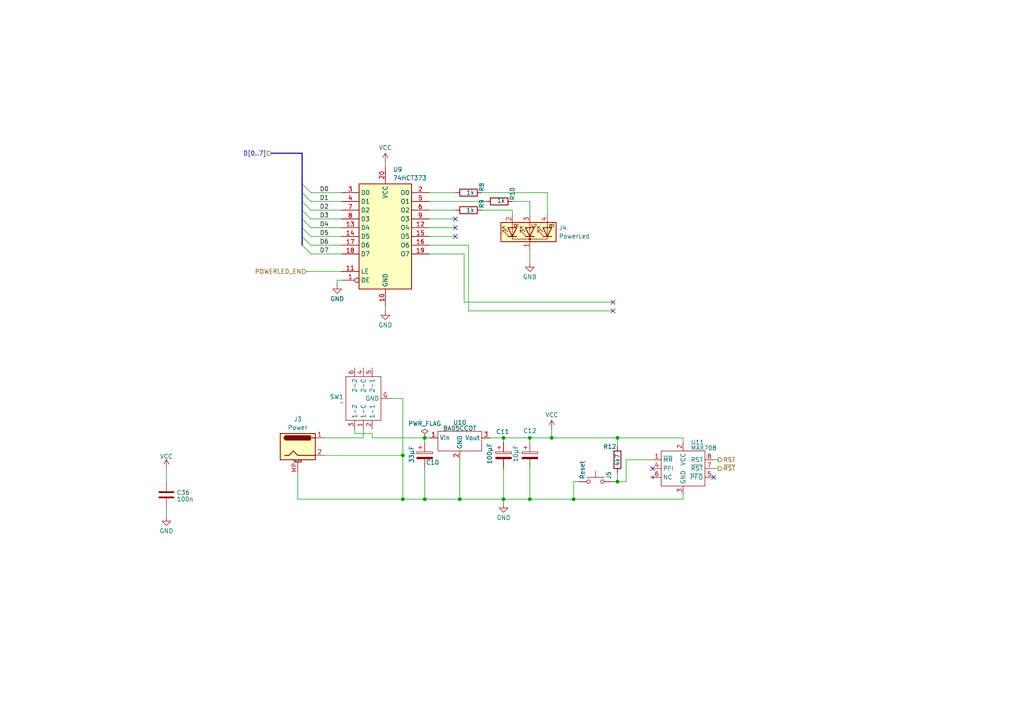
<source format=kicad_sch>
(kicad_sch (version 20231120) (generator "eeschema") (generator_version "8.0")
  (paper "A4")
  (lib_symbols
    (symbol "74xx:74LS373"
      (property "Reference" "U" (at -7.62 16.51 0))
      (property "Value" "74LS373" (at -7.62 -16.51 0))
      (symbol "74LS373_1_0"
        (pin input inverted (at -12.7 -12.7 0) (length 5.08) (name "OE") (number "1"))
        (pin power_in line (at 0 -20.32 90) (length 5.08) (name "GND") (number "10"))
        (pin input line (at -12.7 -10.16 0) (length 5.08) (name "LE") (number "11"))
        (pin tri_state line (at 12.7 2.54 180) (length 5.08) (name "O4") (number "12"))
        (pin input line (at -12.7 2.54 0) (length 5.08) (name "D4") (number "13"))
        (pin input line (at -12.7 0 0) (length 5.08) (name "D5") (number "14"))
        (pin tri_state line (at 12.7 0 180) (length 5.08) (name "O5") (number "15"))
        (pin tri_state line (at 12.7 -2.54 180) (length 5.08) (name "O6") (number "16"))
        (pin input line (at -12.7 -2.54 0) (length 5.08) (name "D6") (number "17"))
        (pin input line (at -12.7 -5.08 0) (length 5.08) (name "D7") (number "18"))
        (pin tri_state line (at 12.7 -5.08 180) (length 5.08) (name "O7") (number "19"))
        (pin tri_state line (at 12.7 12.7 180) (length 5.08) (name "O0") (number "2"))
        (pin power_in line (at 0 20.32 270) (length 5.08) (name "VCC") (number "20"))
        (pin input line (at -12.7 12.7 0) (length 5.08) (name "D0") (number "3"))
        (pin input line (at -12.7 10.16 0) (length 5.08) (name "D1") (number "4"))
        (pin tri_state line (at 12.7 10.16 180) (length 5.08) (name "O1") (number "5"))
        (pin tri_state line (at 12.7 7.62 180) (length 5.08) (name "O2") (number "6"))
        (pin input line (at -12.7 7.62 0) (length 5.08) (name "D2") (number "7"))
        (pin input line (at -12.7 5.08 0) (length 5.08) (name "D3") (number "8"))
        (pin tri_state line (at 12.7 5.08 180) (length 5.08) (name "O3") (number "9"))
      )
      (symbol "74LS373_1_1"
        (rectangle (start -7.62 15.24) (end 7.62 -15.24) (stroke (width 0.254)) (fill (type background)))
      )
    )
    (symbol "Connector:Barrel_Jack_MountingPin" (pin_names hide)
      (property "Reference" "J" (at 0 5.334 0))
      (property "Value" "Barrel_Jack_MountingPin" (at 1.27 -6.35 0))
      (symbol "Barrel_Jack_MountingPin_0_1"
        (rectangle (start -5.08 3.81) (end 5.08 -3.81) (stroke (width 0.254)) (fill (type background)))
        (arc (start -3.302 3.175) (mid -3.937 2.54) (end -3.302 1.905) (stroke (width 0.254)))
        (arc (start -3.302 3.175) (mid -3.937 2.54) (end -3.302 1.905) (stroke (width 0.254)) (fill (type outline)))
        (polyline (pts (xy 5.08 2.54) (xy 3.81 2.54)) (stroke (width 0.254)))
        (polyline (pts (xy -3.81 -2.54) (xy -2.54 -2.54) (xy -1.27 -1.27) (xy 0 -2.54) (xy 2.54 -2.54) (xy 5.08 -2.54)) (stroke (width 0.254)))
        (rectangle (start 3.683 3.175) (end -3.302 1.905) (stroke (width 0.254)) (fill (type outline)))
      )
      (symbol "Barrel_Jack_MountingPin_1_1"
        (polyline (pts (xy -1.016 -4.572) (xy 1.016 -4.572)) (stroke (width 0.1524)))
        (text "Mounting" (at 0 -4.191 0) (effects (font (size 0.381 0.381))))
        (pin passive line (at 7.62 2.54 180) (length 2.54) (name "~") (number "1"))
        (pin passive line (at 7.62 -2.54 180) (length 2.54) (name "~") (number "2"))
        (pin passive line (at 0 -7.62 90) (length 3.048) (name "MountPin") (number "MP"))
      )
    )
    (symbol "Device:C" (pin_numbers hide) (pin_names (offset 0.254))
      (property "Reference" "C" (at 0.635 2.54 0))
      (property "Value" "C" (at 0.635 -2.54 0))
      (symbol "C_0_1"
        (polyline (pts (xy -2.032 -0.762) (xy 2.032 -0.762)) (stroke (width 0.508)))
        (polyline (pts (xy -2.032 0.762) (xy 2.032 0.762)) (stroke (width 0.508)))
      )
      (symbol "C_1_1"
        (pin passive line (at 0 3.81 270) (length 2.794) (name "~") (number "1"))
        (pin passive line (at 0 -3.81 90) (length 2.794) (name "~") (number "2"))
      )
    )
    (symbol "Device:C_Polarized" (pin_numbers hide) (pin_names (offset 0.254))
      (property "Reference" "C" (at 0.635 2.54 0))
      (property "Value" "C_Polarized" (at 0.635 -2.54 0))
      (symbol "C_Polarized_0_1"
        (rectangle (start -2.286 0.508) (end 2.286 1.016))
        (polyline (pts (xy -1.778 2.286) (xy -0.762 2.286)))
        (polyline (pts (xy -1.27 2.794) (xy -1.27 1.778)))
        (rectangle (start 2.286 -0.508) (end -2.286 -1.016) (fill (type outline)))
      )
      (symbol "C_Polarized_1_1"
        (pin passive line (at 0 3.81 270) (length 2.794) (name "~") (number "1"))
        (pin passive line (at 0 -3.81 90) (length 2.794) (name "~") (number "2"))
      )
    )
    (symbol "Device:LED_KRGB" (pin_names (offset 0) hide)
      (property "Reference" "D" (at 0 9.398 0))
      (property "Value" "LED_KRGB" (at 0 -8.89 0))
      (symbol "LED_KRGB_0_0"
        (text "B" (at 1.905 -6.35 0) (effects (font (size 1.27 1.27))))
        (text "G" (at 1.905 -1.27 0) (effects (font (size 1.27 1.27))))
        (text "R" (at 1.905 3.81 0) (effects (font (size 1.27 1.27))))
      )
      (symbol "LED_KRGB_0_1"
        (circle (center -2.032 0) (radius 0.254) (fill (type outline)))
        (polyline (pts (xy -1.27 -5.08) (xy 1.27 -5.08)))
        (polyline (pts (xy -1.27 -3.81) (xy -1.27 -6.35)) (stroke (width 0.254)))
        (polyline (pts (xy -1.27 0) (xy -2.54 0)))
        (polyline (pts (xy -1.27 1.27) (xy -1.27 -1.27)) (stroke (width 0.254)))
        (polyline (pts (xy -1.27 5.08) (xy 1.27 5.08)))
        (polyline (pts (xy -1.27 6.35) (xy -1.27 3.81)) (stroke (width 0.254)))
        (polyline (pts (xy 1.27 -5.08) (xy 2.54 -5.08)))
        (polyline (pts (xy 1.27 0) (xy -1.27 0)))
        (polyline (pts (xy 1.27 0) (xy 2.54 0)))
        (polyline (pts (xy 1.27 5.08) (xy 2.54 5.08)))
        (polyline (pts (xy -1.27 1.27) (xy -1.27 -1.27) (xy -1.27 -1.27)))
        (polyline (pts (xy -1.27 6.35) (xy -1.27 3.81) (xy -1.27 3.81)))
        (polyline (pts (xy -1.27 5.08) (xy -2.032 5.08) (xy -2.032 -5.08) (xy -1.016 -5.08)))
        (polyline (pts (xy 1.27 -3.81) (xy 1.27 -6.35) (xy -1.27 -5.08) (xy 1.27 -3.81)) (stroke (width 0.254)))
        (polyline (pts (xy 1.27 1.27) (xy 1.27 -1.27) (xy -1.27 0) (xy 1.27 1.27)) (stroke (width 0.254)))
        (polyline (pts (xy 1.27 6.35) (xy 1.27 3.81) (xy -1.27 5.08) (xy 1.27 6.35)) (stroke (width 0.254)))
        (polyline (pts (xy -1.016 -3.81) (xy 0.508 -2.286) (xy -0.254 -2.286) (xy 0.508 -2.286) (xy 0.508 -3.048)))
        (polyline (pts (xy -1.016 1.27) (xy 0.508 2.794) (xy -0.254 2.794) (xy 0.508 2.794) (xy 0.508 2.032)))
        (polyline (pts (xy -1.016 6.35) (xy 0.508 7.874) (xy -0.254 7.874) (xy 0.508 7.874) (xy 0.508 7.112)))
        (polyline (pts (xy 0 -3.81) (xy 1.524 -2.286) (xy 0.762 -2.286) (xy 1.524 -2.286) (xy 1.524 -3.048)))
        (polyline (pts (xy 0 1.27) (xy 1.524 2.794) (xy 0.762 2.794) (xy 1.524 2.794) (xy 1.524 2.032)))
        (polyline (pts (xy 0 6.35) (xy 1.524 7.874) (xy 0.762 7.874) (xy 1.524 7.874) (xy 1.524 7.112)))
        (rectangle (start 1.27 -1.27) (end 1.27 1.27))
        (rectangle (start 1.27 1.27) (end 1.27 1.27))
        (rectangle (start 1.27 3.81) (end 1.27 6.35))
        (rectangle (start 1.27 6.35) (end 1.27 6.35))
        (rectangle (start 2.794 8.382) (end -2.794 -7.62) (stroke (width 0.254)) (fill (type background)))
      )
      (symbol "LED_KRGB_1_1"
        (pin passive line (at -5.08 0 0) (length 2.54) (name "K") (number "1"))
        (pin passive line (at 5.08 5.08 180) (length 2.54) (name "RA") (number "2"))
        (pin passive line (at 5.08 0 180) (length 2.54) (name "GA") (number "3"))
        (pin passive line (at 5.08 -5.08 180) (length 2.54) (name "BA") (number "4"))
      )
    )
    (symbol "Device:R" (pin_numbers hide) (pin_names (offset 0))
      (property "Reference" "R" (at 2.032 0 90))
      (property "Value" "R" (at 0 0 90))
      (symbol "R_0_1"
        (rectangle (start -1.016 -2.54) (end 1.016 2.54) (stroke (width 0.254)))
      )
      (symbol "R_1_1"
        (pin passive line (at 0 3.81 270) (length 1.27) (name "~") (number "1"))
        (pin passive line (at 0 -3.81 90) (length 1.27) (name "~") (number "2"))
      )
    )
    (symbol "Switch:SW_Push" (pin_numbers hide) (pin_names (offset 1.016) hide)
      (property "Reference" "SW" (at 1.27 2.54 0))
      (property "Value" "SW_Push" (at 0 -1.524 0))
      (symbol "SW_Push_0_1"
        (circle (center -2.032 0) (radius 0.508))
        (polyline (pts (xy 0 1.27) (xy 0 3.048)))
        (polyline (pts (xy 2.54 1.27) (xy -2.54 1.27)))
        (circle (center 2.032 0) (radius 0.508))
        (pin passive line (at -5.08 0 0) (length 2.54) (name "1") (number "1"))
        (pin passive line (at 5.08 0 180) (length 2.54) (name "2") (number "2"))
      )
    )
    (symbol "motherboard:BA05CC0T"
      (property "Reference" "U" (at 0 0 0))
      (symbol "BA05CC0T_0_1"
        (rectangle (start -3.81 8.255) (end 8.89 2.54))
      )
      (symbol "BA05CC0T_1_1"
        (pin power_in line (at -6.35 6.35 0) (length 2.54) (name "Vin") (number "1"))
        (pin passive line (at 2.54 0 90) (length 2.54) (name "GND") (number "2"))
        (pin power_out line (at 11.43 6.35 180) (length 2.54) (name "Vout") (number "3"))
      )
    )
    (symbol "motherboard:CMD-Switch"
      (property "Reference" "SW" (at 0 11.938 0))
      (symbol "CMD-Switch_0_1"
        (polyline (pts (xy -6.35 10.16) (xy -6.35 0) (xy 6.35 0) (xy 6.35 10.16) (xy -6.35 10.16)))
      )
      (symbol "CMD-Switch_1_1"
        (pin input line (at -8.89 5.08 0) (length 2.54) (name "1-C") (number "1"))
        (pin output line (at -8.89 2.54 0) (length 2.54) (name "1-1") (number "2"))
        (pin output line (at -8.89 7.62 0) (length 2.54) (name "1-2") (number "3"))
        (pin input line (at 8.89 5.08 180) (length 2.54) (name "2-C") (number "4"))
        (pin output line (at 8.89 2.54 180) (length 2.54) (name "2-1") (number "5"))
        (pin output line (at 8.89 7.62 180) (length 2.54) (name "2-2") (number "6"))
        (pin output line (at 0 -2.54 90) (length 2.54) (name "GND") (number "G"))
      )
    )
    (symbol "motherboard:MAX708"
      (property "Reference" "U" (at 0 0 0))
      (symbol "MAX708_0_1"
        (rectangle (start -1.27 -1.27) (end 11.43 -11.43))
      )
      (symbol "MAX708_1_1"
        (pin input line (at -3.81 -3.81 0) (length 2.54) (name "~{MR}") (number "1"))
        (pin power_in line (at 5.08 1.27 270) (length 2.54) (name "VCC") (number "2"))
        (pin power_in line (at 5.08 -13.97 90) (length 2.54) (name "GND") (number "3"))
        (pin input line (at -3.81 -6.35 0) (length 2.54) (name "PFI") (number "4"))
        (pin output line (at 13.97 -8.89 180) (length 2.54) (name "~{PFO}") (number "5"))
        (pin no_connect line (at -3.81 -8.89 0) (length 2.54) (name "NC") (number "6"))
        (pin output line (at 13.97 -6.35 180) (length 2.54) (name "~{RST}") (number "7"))
        (pin output line (at 13.97 -3.81 180) (length 2.54) (name "RST") (number "8"))
      )
    )
    (symbol "power:GND" (power) (pin_numbers hide) (pin_names (offset 0) hide)
      (property "Value" "GND" (at 0 -3.81 0))
      (symbol "GND_0_1"
        (polyline (pts (xy 0 0) (xy 0 -1.27) (xy 1.27 -1.27) (xy 0 -2.54) (xy -1.27 -1.27) (xy 0 -1.27)))
      )
      (symbol "GND_1_1"
        (pin power_in line (at 0 0 270) (length 0) (name "~") (number "1"))
      )
    )
    (symbol "power:PWR_FLAG" (power) (pin_numbers hide) (pin_names (offset 0) hide)
      (property "Value" "PWR_FLAG" (at 0 3.81 0))
      (symbol "PWR_FLAG_0_0"
        (pin power_out line (at 0 0 90) (length 0) (name "~") (number "1"))
      )
      (symbol "PWR_FLAG_0_1"
        (polyline (pts (xy 0 0) (xy 0 1.27) (xy -1.016 1.905) (xy 0 2.54) (xy 1.016 1.905) (xy 0 1.27)))
      )
    )
    (symbol "power:VCC" (power) (pin_numbers hide) (pin_names (offset 0) hide)
      (property "Value" "VCC" (at 0 3.556 0))
      (symbol "VCC_0_1"
        (polyline (pts (xy -0.762 1.27) (xy 0 2.54)))
        (polyline (pts (xy 0 0) (xy 0 2.54)))
        (polyline (pts (xy 0 2.54) (xy 0.762 1.27)))
      )
      (symbol "VCC_1_1"
        (pin power_in line (at 0 0 90) (length 0) (name "~") (number "1"))
      )
    )
  )
  (junction (at 133.35 144.78))
  (junction (at 179.07 127))
  (junction (at 179.07 139.7))
  (junction (at 116.84 132.08))
  (junction (at 123.19 144.78))
  (junction (at 160.02 127))
  (junction (at 153.67 144.78))
  (junction (at 146.05 144.78))
  (junction (at 166.37 144.78))
  (junction (at 146.05 127))
  (junction (at 153.67 127))
  (junction (at 116.84 144.78))
  (junction (at 123.19 127))
  (no_connect (at 132.08 63.5))
  (no_connect (at 132.08 66.04))
  (no_connect (at 177.8 90.17))
  (no_connect (at 189.23 135.89))
  (no_connect (at 177.8 87.63))
  (no_connect (at 132.08 68.58))
  (no_connect (at 207.01 138.43))
  (bus_entry (at 87.63 63.5) (size 2.54 2.54))
  (bus_entry (at 87.63 71.12) (size 2.54 2.54))
  (bus_entry (at 87.63 58.42) (size 2.54 2.54))
  (bus_entry (at 87.63 66.04) (size 2.54 2.54))
  (bus_entry (at 87.63 55.88) (size 2.54 2.54))
  (bus_entry (at 87.63 60.96) (size 2.54 2.54))
  (bus_entry (at 87.63 68.58) (size 2.54 2.54))
  (bus_entry (at 87.63 53.34) (size 2.54 2.54))
  (wire (pts (xy 102.87 125.73) (xy 102.87 124.46)))
  (wire (pts (xy 198.12 127) (xy 198.12 128.27)))
  (wire (pts (xy 90.17 60.96) (xy 99.06 60.96)))
  (wire (pts (xy 111.76 88.9) (xy 111.76 90.17)))
  (bus (pts (xy 87.63 60.96) (xy 87.63 63.5)))
  (wire (pts (xy 139.7 55.88) (xy 158.75 55.88)))
  (bus (pts (xy 78.74 44.45) (xy 87.63 44.45)))
  (wire (pts (xy 148.59 58.42) (xy 153.67 58.42)))
  (wire (pts (xy 133.35 144.78) (xy 146.05 144.78)))
  (wire (pts (xy 160.02 127) (xy 179.07 127)))
  (wire (pts (xy 105.41 124.46) (xy 105.41 127)))
  (wire (pts (xy 86.36 137.16) (xy 86.36 144.78)))
  (wire (pts (xy 198.12 143.51) (xy 198.12 144.78)))
  (wire (pts (xy 124.46 58.42) (xy 140.97 58.42)))
  (wire (pts (xy 90.17 68.58) (xy 99.06 68.58)))
  (wire (pts (xy 153.67 127) (xy 160.02 127)))
  (wire (pts (xy 179.07 139.7) (xy 181.61 139.7)))
  (wire (pts (xy 124.46 63.5) (xy 132.08 63.5)))
  (wire (pts (xy 134.62 87.63) (xy 177.8 87.63)))
  (wire (pts (xy 107.95 127) (xy 123.19 127)))
  (wire (pts (xy 123.19 127) (xy 124.46 127)))
  (wire (pts (xy 148.59 60.96) (xy 148.59 62.23)))
  (wire (pts (xy 133.35 133.35) (xy 133.35 144.78)))
  (wire (pts (xy 181.61 139.7) (xy 181.61 133.35)))
  (wire (pts (xy 134.62 73.66) (xy 134.62 87.63)))
  (wire (pts (xy 124.46 71.12) (xy 135.89 71.12)))
  (wire (pts (xy 179.07 127) (xy 198.12 127)))
  (wire (pts (xy 153.67 72.39) (xy 153.67 76.2)))
  (wire (pts (xy 124.46 73.66) (xy 134.62 73.66)))
  (wire (pts (xy 153.67 58.42) (xy 153.67 62.23)))
  (wire (pts (xy 124.46 60.96) (xy 132.08 60.96)))
  (wire (pts (xy 153.67 127) (xy 153.67 128.27)))
  (wire (pts (xy 88.9 78.74) (xy 99.06 78.74)))
  (wire (pts (xy 107.95 127) (xy 107.95 125.73)))
  (wire (pts (xy 124.46 68.58) (xy 132.08 68.58)))
  (wire (pts (xy 124.46 55.88) (xy 132.08 55.88)))
  (bus (pts (xy 87.63 44.45) (xy 87.63 53.34)))
  (wire (pts (xy 181.61 133.35) (xy 189.23 133.35)))
  (wire (pts (xy 146.05 144.78) (xy 146.05 146.05)))
  (bus (pts (xy 87.63 53.34) (xy 87.63 55.88)))
  (wire (pts (xy 90.17 63.5) (xy 99.06 63.5)))
  (wire (pts (xy 48.26 147.32) (xy 48.26 149.86)))
  (wire (pts (xy 48.26 135.89) (xy 48.26 139.7)))
  (wire (pts (xy 113.03 115.57) (xy 116.84 115.57)))
  (wire (pts (xy 158.75 55.88) (xy 158.75 62.23)))
  (wire (pts (xy 116.84 144.78) (xy 123.19 144.78)))
  (wire (pts (xy 179.07 127) (xy 179.07 129.54)))
  (wire (pts (xy 179.07 137.16) (xy 179.07 139.7)))
  (wire (pts (xy 166.37 139.7) (xy 167.64 139.7)))
  (bus (pts (xy 87.63 55.88) (xy 87.63 58.42)))
  (wire (pts (xy 90.17 66.04) (xy 99.06 66.04)))
  (wire (pts (xy 86.36 144.78) (xy 116.84 144.78)))
  (wire (pts (xy 90.17 71.12) (xy 99.06 71.12)))
  (wire (pts (xy 90.17 73.66) (xy 99.06 73.66)))
  (wire (pts (xy 93.98 132.08) (xy 116.84 132.08)))
  (wire (pts (xy 124.46 66.04) (xy 132.08 66.04)))
  (wire (pts (xy 207.01 135.89) (xy 208.28 135.89)))
  (wire (pts (xy 139.7 60.96) (xy 148.59 60.96)))
  (wire (pts (xy 153.67 144.78) (xy 166.37 144.78)))
  (wire (pts (xy 93.98 127) (xy 105.41 127)))
  (wire (pts (xy 177.8 139.7) (xy 179.07 139.7)))
  (wire (pts (xy 166.37 144.78) (xy 198.12 144.78)))
  (wire (pts (xy 97.79 81.28) (xy 97.79 82.55)))
  (wire (pts (xy 146.05 128.27) (xy 146.05 127)))
  (wire (pts (xy 166.37 139.7) (xy 166.37 144.78)))
  (wire (pts (xy 123.19 144.78) (xy 133.35 144.78)))
  (wire (pts (xy 90.17 55.88) (xy 99.06 55.88)))
  (wire (pts (xy 153.67 135.89) (xy 153.67 144.78)))
  (wire (pts (xy 116.84 132.08) (xy 116.84 144.78)))
  (wire (pts (xy 123.19 135.89) (xy 123.19 144.78)))
  (wire (pts (xy 90.17 58.42) (xy 99.06 58.42)))
  (wire (pts (xy 107.95 125.73) (xy 102.87 125.73)))
  (wire (pts (xy 142.24 127) (xy 146.05 127)))
  (wire (pts (xy 111.76 46.99) (xy 111.76 48.26)))
  (bus (pts (xy 87.63 66.04) (xy 87.63 68.58)))
  (wire (pts (xy 146.05 135.89) (xy 146.05 144.78)))
  (wire (pts (xy 135.89 71.12) (xy 135.89 90.17)))
  (bus (pts (xy 87.63 58.42) (xy 87.63 60.96)))
  (wire (pts (xy 160.02 127) (xy 160.02 124.46)))
  (wire (pts (xy 123.19 127) (xy 123.19 128.27)))
  (wire (pts (xy 99.06 81.28) (xy 97.79 81.28)))
  (bus (pts (xy 87.63 63.5) (xy 87.63 66.04)))
  (wire (pts (xy 207.01 133.35) (xy 208.28 133.35)))
  (wire (pts (xy 146.05 127) (xy 153.67 127)))
  (bus (pts (xy 87.63 68.58) (xy 87.63 71.12)))
  (wire (pts (xy 116.84 115.57) (xy 116.84 132.08)))
  (wire (pts (xy 146.05 144.78) (xy 153.67 144.78)))
  (wire (pts (xy 135.89 90.17) (xy 177.8 90.17)))
  (text "~" (at 160.02 144.78 0) (effects (font (size 1.27 1.27))))
  (label "D4" (at 92.71 66.04 0))
  (label "D1" (at 92.71 58.42 0))
  (label "D5" (at 92.71 68.58 0))
  (label "D3" (at 92.71 63.5 0))
  (label "D0" (at 92.71 55.88 0))
  (label "D7" (at 92.71 73.66 0))
  (label "D6" (at 92.71 71.12 0))
  (label "D2" (at 92.71 60.96 0))
  (hierarchical_label "D[0..7]" (shape input) (at 78.74 44.45 180))
  (hierarchical_label "~{RST}" (shape output) (at 208.28 135.89 0))
  (hierarchical_label "POWERLED_EN" (shape input) (at 88.9 78.74 180))
  (hierarchical_label "RST" (shape output) (at 208.28 133.35 0))
  (symbol (lib_id "power:GND") (at 97.79 82.55 0) (unit 1)
    (property "Reference" "#PWR022" (effects (hide yes)))
    (property "Value" "GND" (at 97.79 86.6831 0))
    (property "Description" "Power symbol creates a global label with name \"GND\" , ground" (effects (hide yes)))
  )
  (symbol (lib_id "Device:R") (at 135.89 60.96 270) (unit 1)
    (property "Reference" "R9" (at 139.7 60.452 0) (effects (justify right)))
    (property "Value" "1k" (at 137.668 60.96 90) (effects (justify right)))
    (property "Footprint" "Resistor_THT:R_Axial_DIN0204_L3.6mm_D1.6mm_P7.62mm_Horizontal" (effects (hide yes)))
    (property "Description" "Resistor" (effects (hide yes)))
  )
  (symbol (lib_id "power:VCC") (at 160.02 124.46 0) (unit 1)
    (property "Reference" "#PWR027" (effects (hide yes)))
    (property "Value" "VCC" (at 160.02 120.3269 0))
    (property "Description" "Power symbol creates a global label with name \"VCC\"" (effects (hide yes)))
  )
  (symbol (lib_id "Device:R") (at 144.78 58.42 270) (unit 1)
    (property "Reference" "R10" (at 148.59 58.166 0) (effects (justify right)))
    (property "Value" "1k" (at 146.558 58.166 90) (effects (justify right)))
    (property "Footprint" "Resistor_THT:R_Axial_DIN0204_L3.6mm_D1.6mm_P7.62mm_Horizontal" (effects (hide yes)))
    (property "Description" "Resistor" (effects (hide yes)))
  )
  (symbol (lib_id "Switch:SW_Push") (at 172.72 139.7 0) (unit 1)
    (property "Reference" "J5" (at 176.53 136.652 90) (effects (justify right)))
    (property "Value" "Reset" (at 168.91 133.604 90) (effects (justify right)))
    (property "Footprint" "Connector_PinHeader_2.54mm:PinHeader_1x02_P2.54mm_Vertical" (effects (hide yes)))
    (property "Description" "Push button switch, generic, two pins" (effects (hide yes)))
  )
  (symbol (lib_id "power:GND") (at 111.76 90.17 0) (unit 1)
    (property "Reference" "#PWR024" (effects (hide yes)))
    (property "Value" "GND" (at 111.76 94.3031 0))
    (property "Description" "Power symbol creates a global label with name \"GND\" , ground" (effects (hide yes)))
  )
  (symbol (lib_id "Device:LED_KRGB") (at 153.67 67.31 90) (unit 1)
    (property "Reference" "J4" (at 162.052 66.0978 90) (effects (justify right)))
    (property "Value" "PowerLed" (at 162.052 68.5221 90) (effects (justify right)))
    (property "Footprint" "Connector_PinHeader_2.54mm:PinHeader_1x04_P2.54mm_Vertical" (effects (hide yes)))
    (property "Description" "RGB LED, cathode/red/green/blue" (effects (hide yes)))
  )
  (symbol (lib_id "74xx:74LS373") (at 111.76 68.58 0) (unit 1)
    (property "Reference" "U9" (at 113.9541 49.1955 0) (effects (justify left)))
    (property "Value" "74HCT373" (at 113.9541 51.6198 0) (effects (justify left)))
    (property "Footprint" "Package_DIP:DIP-20_W7.62mm_Socket" (effects (hide yes)))
    (property "Datasheet" "http://www.ti.com/lit/gpn/sn74LS373" (effects (hide yes)))
    (property "Description" "8-bit Latch, 3-state outputs" (effects (hide yes)))
  )
  (symbol (lib_id "power:GND") (at 153.67 76.2 0) (unit 1)
    (property "Reference" "#PWR025" (effects (hide yes)))
    (property "Value" "GND" (at 153.67 80.3331 0))
    (property "Description" "Power symbol creates a global label with name \"GND\" , ground" (effects (hide yes)))
  )
  (symbol (lib_id "power:GND") (at 48.26 149.86 0) (unit 1)
    (property "Reference" "#PWR091" (effects (hide yes)))
    (property "Value" "GND" (at 48.26 153.9955 0))
  )
  (symbol (lib_id "motherboard:BA05CC0T") (at 130.81 133.35 0) (unit 1)
    (property "Reference" "U10" (at 133.35 122.5635 0))
    (property "Value" "BA05CCOT" (at 133.35 124.2449 0))
    (property "Footprint" "PCM_Package_TO_SOT_THT_AKL:TO-220-3_Horizontal_TabDown" (effects (hide yes)))
  )
  (symbol (lib_id "power:VCC") (at 111.76 46.99 0) (unit 1)
    (property "Reference" "#PWR023" (effects (hide yes)))
    (property "Value" "VCC" (at 111.76 42.8569 0))
    (property "Description" "Power symbol creates a global label with name \"VCC\"" (effects (hide yes)))
  )
  (symbol (lib_id "Device:C_Polarized") (at 146.05 132.08 0) (unit 1)
    (property "Reference" "C11" (at 145.796 125.222 0))
    (property "Value" "100µF" (at 141.986 131.572 90))
    (property "Footprint" "Capacitor_THT:CP_Radial_D6.3mm_P2.50mm" (effects (hide yes)))
    (property "Description" "Polarized capacitor" (effects (hide yes)))
  )
  (symbol (lib_id "power:GND") (at 146.05 146.05 0) (unit 1)
    (property "Reference" "#PWR026" (effects (hide yes)))
    (property "Value" "GND" (at 146.05 150.1831 0))
    (property "Description" "Power symbol creates a global label with name \"GND\" , ground" (effects (hide yes)))
  )
  (symbol (lib_id "power:PWR_FLAG") (at 123.19 127 0) (unit 1)
    (property "Reference" "#FLG01" (effects (hide yes)))
    (property "Value" "PWR_FLAG" (at 123.19 122.8669 0))
    (property "Description" "Special symbol for telling ERC where power comes from" (effects (hide yes)))
  )
  (symbol (lib_id "power:VCC") (at 48.26 135.89 0) (unit 1)
    (property "Reference" "#PWR090" (effects (hide yes)))
    (property "Value" "VCC" (at 48.26 132.3881 0))
  )
  (symbol (lib_id "Device:C_Polarized") (at 153.67 132.08 0) (unit 1)
    (property "Reference" "C12" (at 153.67 124.968 0))
    (property "Value" "10µF" (at 149.606 131.572 90))
    (property "Footprint" "Capacitor_THT:CP_Radial_D4.0mm_P2.00mm" (effects (hide yes)))
    (property "Description" "Polarized capacitor" (effects (hide yes)))
  )
  (symbol (lib_id "Device:C_Polarized") (at 123.19 132.08 0) (unit 1)
    (property "Reference" "C10" (at 125.476 134.112 0))
    (property "Value" "33µF" (at 119.38 131.826 90))
    (property "Footprint" "Capacitor_THT:CP_Radial_D6.3mm_P2.50mm" (effects (hide yes)))
    (property "Description" "Polarized capacitor" (effects (hide yes)))
  )
  (symbol (lib_id "Device:R") (at 135.89 55.88 270) (unit 1)
    (property "Reference" "R8" (at 139.7 55.626 0) (effects (justify right)))
    (property "Value" "1k" (at 137.668 55.88 90) (effects (justify right)))
    (property "Footprint" "Resistor_THT:R_Axial_DIN0204_L3.6mm_D1.6mm_P7.62mm_Horizontal" (effects (hide yes)))
    (property "Description" "Resistor" (effects (hide yes)))
  )
  (symbol (lib_id "motherboard:MAX708") (at 193.04 129.54 0) (unit 1)
    (property "Reference" "U11" (at 200.3141 128.2785 0) (effects (justify left)))
    (property "Value" "MAX708" (at 200.3141 129.9599 0) (effects (justify left)))
    (property "Footprint" "Package_DIP:DIP-8_W7.62mm_Socket" (effects (hide yes)))
  )
  (symbol (lib_id "Device:R") (at 179.07 133.35 0) (unit 1)
    (property "Reference" "R12" (at 178.816 129.54 0) (effects (justify right)))
    (property "Value" "4k7" (at 179.07 131.572 90) (effects (justify right)))
    (property "Footprint" "Resistor_THT:R_Axial_DIN0204_L3.6mm_D1.6mm_P7.62mm_Horizontal" (effects (hide yes)))
    (property "Description" "Resistor" (effects (hide yes)))
  )
  (symbol (lib_id "motherboard:CMD-Switch") (at 110.49 115.57 90) (unit 1)
    (property "Reference" "SW1" (at 99.695 115.1008 90) (effects (justify left)))
    (property "Value" "~" (at 99.695 116.7822 90) (effects (justify left)))
    (property "Footprint" "kicad-lib:CMD-Switch" (effects (hide yes)))
  )
  (symbol (lib_id "Connector:Barrel_Jack_MountingPin") (at 86.36 129.54 0) (unit 1)
    (property "Reference" "J3" (at 86.36 121.5855 0))
    (property "Value" "Power" (at 86.36 124.0098 0))
    (property "Footprint" "Connector_BarrelJack:BarrelJack_CUI_PJ-063AH_Horizontal" (effects (hide yes)))
    (property "Description" "DC Barrel Jack with a mounting pin" (effects (hide yes)))
  )
  (symbol (lib_id "Device:C") (at 48.26 143.51 0) (unit 1)
    (property "Reference" "C36" (at 51.181 142.8663 0) (effects (justify left)))
    (property "Value" "100n" (at 51.181 144.7873 0) (effects (justify left)))
    (property "Footprint" "Capacitor_THT:C_Disc_D5.0mm_W2.5mm_P2.50mm" (effects (hide yes)))
  )
)
</source>
